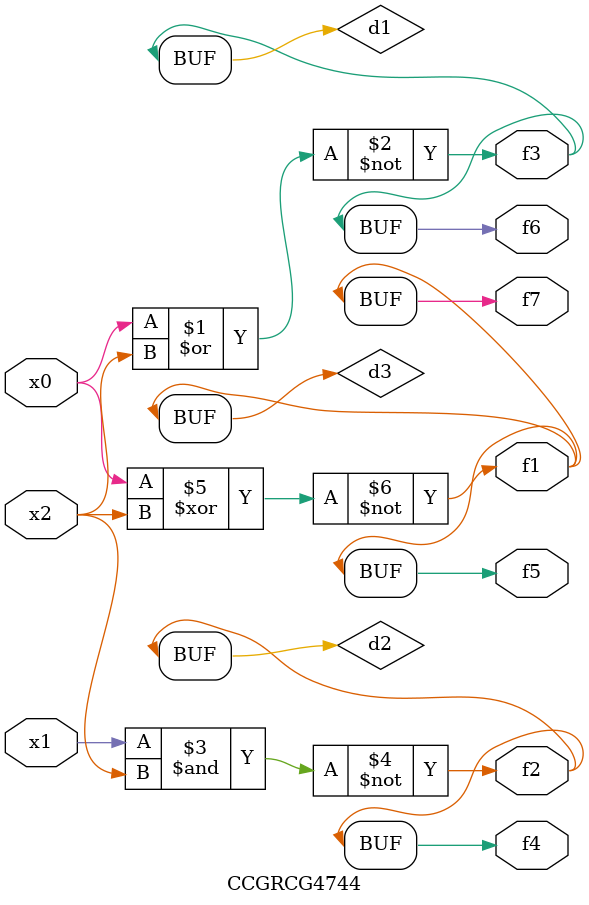
<source format=v>
module CCGRCG4744(
	input x0, x1, x2,
	output f1, f2, f3, f4, f5, f6, f7
);

	wire d1, d2, d3;

	nor (d1, x0, x2);
	nand (d2, x1, x2);
	xnor (d3, x0, x2);
	assign f1 = d3;
	assign f2 = d2;
	assign f3 = d1;
	assign f4 = d2;
	assign f5 = d3;
	assign f6 = d1;
	assign f7 = d3;
endmodule

</source>
